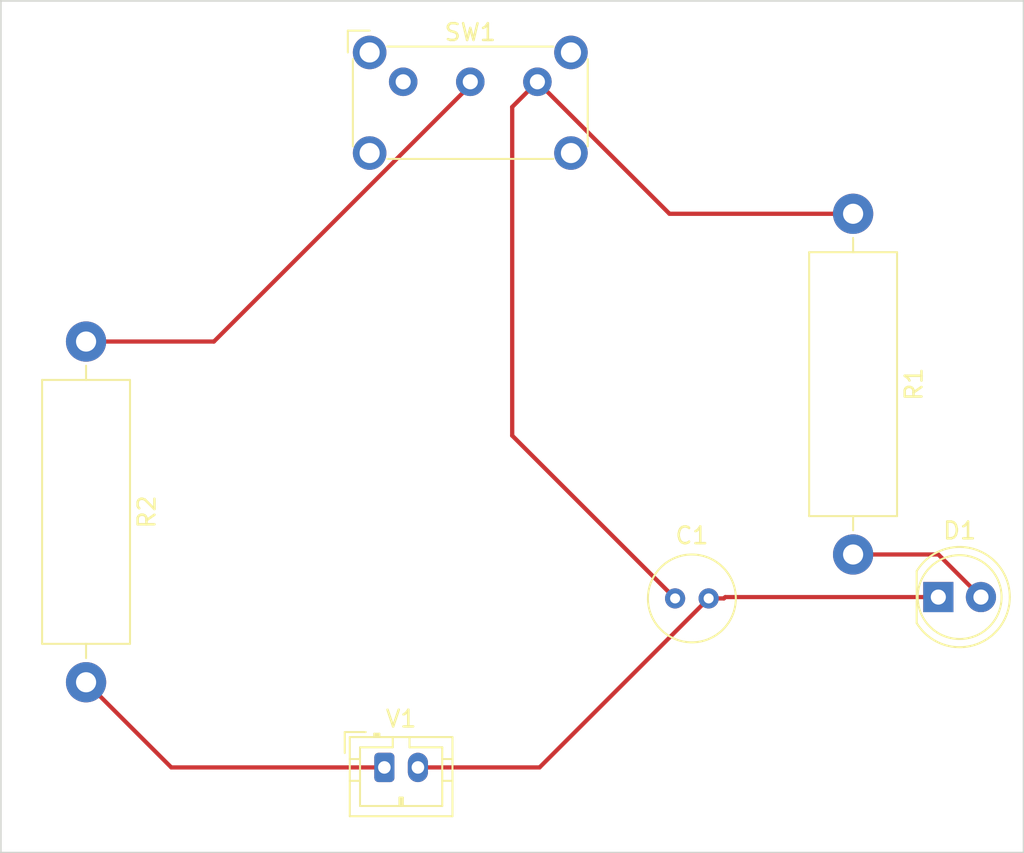
<source format=kicad_pcb>
(kicad_pcb (version 20211014) (generator pcbnew)
  (layers (0 "F.Cu" signal) (31 "B.Cu" signal) (34 "B.Paste" user) (35 "F.Paste" user) (36 "B.SilkS" user "B.Silkscreen") (37 "F.SilkS" user "F.Silkscreen") (38 "B.Mask" user) (39 "F.Mask" user) (44 "Edge.Cuts" user))
  (net 0 "")
  (net 1 "Net-(C1-Pad1)")
  (net 2 "Net-(C1-Pad2)")
  (net 3 "Net-(D1-Pad2)")
  (net 4 "Net-(R2-Pad1)")
  (net 5 "Net-(R2-Pad2)")
  (footprint "Capacitor_THT:C_Radial_D5.0mm_H5.0mm_P2.00mm" (layer "F.Cu") (at 162.11 114.38)
    (fp_text reference "C1" (at 1 -3.75) (layer "F.SilkS"))
    (fp_text value "4.7 uF")
    (fp_circle (center 1 0) (end 3.62 0) (layer "F.SilkS") (width 0.12) (fill none))
    (pad "1" thru_hole circle (at 0 0) (size 1.2 1.2) (drill 0.6) (layers *.Cu *.Mask) (net 1 "Net-(C1-Pad1)"))
    (pad "2" thru_hole circle (at 2 0) (size 1.2 1.2) (drill 0.6) (layers *.Cu *.Mask) (net 2 "Net-(C1-Pad2)"))
  )
  (footprint "Resistor_THT:R_Axial_DIN0516_L15.5mm_D5.0mm_P20.32mm_Horizontal" (layer "F.Cu") (at 127 99.06 -90)
    (fp_text reference "R2" (at 10.16 -3.62 90) (layer "F.SilkS"))
    (fp_text value "2.2 k")
    (fp_line (start 18.03 2.62) (end 18.03 -2.62) (layer "F.SilkS") (width 0.12))
    (fp_line (start 1.44 0) (end 2.29 0) (layer "F.SilkS") (width 0.12))
    (fp_line (start 18.03 -2.62) (end 2.29 -2.62) (layer "F.SilkS") (width 0.12))
    (fp_line (start 2.29 -2.62) (end 2.29 2.62) (layer "F.SilkS") (width 0.12))
    (fp_line (start 18.88 0) (end 18.03 0) (layer "F.SilkS") (width 0.12))
    (fp_line (start 2.29 2.62) (end 18.03 2.62) (layer "F.SilkS") (width 0.12))
    (pad "1" thru_hole circle (at 0 0 270) (size 2.4 2.4) (drill 1.2) (layers *.Cu *.Mask) (net 4 "Net-(R2-Pad1)"))
    (pad "2" thru_hole oval (at 20.32 0 270) (size 2.4 2.4) (drill 1.2) (layers *.Cu *.Mask) (net 5 "Net-(R2-Pad2)"))
  )
  (footprint "LED_THT:LED_D5.0mm" (layer "F.Cu") (at 177.8 114.3)
    (fp_text reference "D1" (at 1.27 -3.96) (layer "F.SilkS"))
    (fp_text value "LED")
    (fp_line (start -1.29 -1.545) (end -1.29 1.545) (layer "F.SilkS") (width 0.12))
    (fp_arc (start -1.29 -1.54483) (mid 2.072002 -2.880433) (end 4.26 0.000462) (layer "F.SilkS") (width 0.12))
    (fp_arc (start 4.26 -0.000462) (mid 2.072002 2.880433) (end -1.29 1.54483) (layer "F.SilkS") (width 0.12))
    (fp_circle (center 1.27 0) (end 3.77 0) (layer "F.SilkS") (width 0.12) (fill none))
    (pad "1" thru_hole rect (at 0 0) (size 1.8 1.8) (drill 0.9) (layers *.Cu *.Mask) (net 2 "Net-(C1-Pad2)"))
    (pad "2" thru_hole circle (at 2.54 0) (size 1.8 1.8) (drill 0.9) (layers *.Cu *.Mask) (net 3 "Net-(D1-Pad2)"))
  )
  (footprint "Connector_JST:JST_PH_B2B-PH-K_1x02_P2.00mm_Vertical" (layer "F.Cu") (at 144.78 124.46)
    (fp_text reference "V1" (at 1 -2.9) (layer "F.SilkS"))
    (fp_text value "9 V")
    (fp_line (start 1.1 1.8) (end 1.1 2.3) (layer "F.SilkS") (width 0.12))
    (fp_line (start -1.45 -1.2) (end -1.45 2.3) (layer "F.SilkS") (width 0.12))
    (fp_line (start 3.45 -1.2) (end 1.5 -1.2) (layer "F.SilkS") (width 0.12))
    (fp_line (start -2.06 2.91) (end 4.06 2.91) (layer "F.SilkS") (width 0.12))
    (fp_line (start 4.06 -1.81) (end -2.06 -1.81) (layer "F.SilkS") (width 0.12))
    (fp_line (start 4.06 0.8) (end 3.45 0.8) (layer "F.SilkS") (width 0.12))
    (fp_line (start -0.3 -1.91) (end -0.6 -1.91) (layer "F.SilkS") (width 0.12))
    (fp_line (start 0.5 -1.81) (end 0.5 -1.2) (layer "F.SilkS") (width 0.12))
    (fp_line (start 0.5 -1.2) (end -1.45 -1.2) (layer "F.SilkS") (width 0.12))
    (fp_line (start -1.11 -2.11) (end -2.36 -2.11) (layer "F.SilkS") (width 0.12))
    (fp_line (start -2.06 0.8) (end -1.45 0.8) (layer "F.SilkS") (width 0.12))
    (fp_line (start -0.3 -1.81) (end -0.3 -2.01) (layer "F.SilkS") (width 0.12))
    (fp_line (start -0.3 -2.01) (end -0.6 -2.01) (layer "F.SilkS") (width 0.12))
    (fp_line (start -2.36 -2.11) (end -2.36 -0.86) (layer "F.SilkS") (width 0.12))
    (fp_line (start 1.5 -1.2) (end 1.5 -1.81) (layer "F.SilkS") (width 0.12))
    (fp_line (start 0.9 1.8) (end 1.1 1.8) (layer "F.SilkS") (width 0.12))
    (fp_line (start 3.45 2.3) (end 3.45 -1.2) (layer "F.SilkS") (width 0.12))
    (fp_line (start 4.06 2.91) (end 4.06 -1.81) (layer "F.SilkS") (width 0.12))
    (fp_line (start -2.06 -0.5) (end -1.45 -0.5) (layer "F.SilkS") (width 0.12))
    (fp_line (start 1 2.3) (end 1 1.8) (layer "F.SilkS") (width 0.12))
    (fp_line (start -0.6 -2.01) (end -0.6 -1.81) (layer "F.SilkS") (width 0.12))
    (fp_line (start 0.9 2.3) (end 0.9 1.8) (layer "F.SilkS") (width 0.12))
    (fp_line (start -1.45 2.3) (end 3.45 2.3) (layer "F.SilkS") (width 0.12))
    (fp_line (start 4.06 -0.5) (end 3.45 -0.5) (layer "F.SilkS") (width 0.12))
    (fp_line (start -2.06 -1.81) (end -2.06 2.91) (layer "F.SilkS") (width 0.12))
    (pad "1" thru_hole roundrect (at 0 0) (size 1.2 1.75) (drill 0.75) (layers *.Cu *.Mask) (roundrect_rratio 0.208333) (net 5 "Net-(R2-Pad2)"))
    (pad "2" thru_hole oval (at 2 0) (size 1.2 1.75) (drill 0.75) (layers *.Cu *.Mask) (net 2 "Net-(C1-Pad2)"))
  )
  (footprint "Button_Switch_THT:SW_E-Switch_EG1224_SPDT_Angled" (layer "F.Cu") (at 145.9025 83.5675)
    (fp_text reference "SW1" (at 4 -2.95) (layer "F.SilkS"))
    (fp_text value "SW1")
    (fp_line (start -3.3 -3.05) (end -2 -3.05) (layer "F.SilkS") (width 0.12))
    (fp_line (start -0.95 -2.1) (end 8.95 -2.1) (layer "F.SilkS") (width 0.12))
    (fp_line (start -3.3 -1.75) (end -3.3 -3.05) (layer "F.SilkS") (width 0.12))
    (fp_line (start -3 3.85) (end -3 -1.35) (layer "F.SilkS") (width 0.12))
    (fp_line (start 8.95 4.6) (end -0.95 4.6) (layer "F.SilkS") (width 0.12))
    (fp_line (start 11 -1.35) (end 11 3.85) (layer "F.SilkS") (width 0.12))
    (pad "" thru_hole circle (at 10 4.25) (size 2 2) (drill 1.2) (layers *.Cu *.Mask))
    (pad "" thru_hole circle (at -2 4.25) (size 2 2) (drill 1.2) (layers *.Cu *.Mask))
    (pad "" thru_hole circle (at 10 -1.75) (size 2 2) (drill 1.2) (layers *.Cu *.Mask))
    (pad "" thru_hole circle (at -2 -1.75) (size 2 2) (drill 1.2) (layers *.Cu *.Mask))
    (pad "1" thru_hole circle (at 0 0) (size 1.7 1.7) (drill 0.9) (layers *.Cu *.Mask))
    (pad "2" thru_hole circle (at 4 0) (size 1.7 1.7) (drill 0.9) (layers *.Cu *.Mask) (net 4 "Net-(R2-Pad1)"))
    (pad "3" thru_hole circle (at 8 0) (size 1.7 1.7) (drill 0.9) (layers *.Cu *.Mask) (net 1 "Net-(C1-Pad1)"))
  )
  (footprint "Resistor_THT:R_Axial_DIN0516_L15.5mm_D5.0mm_P20.32mm_Horizontal" (layer "F.Cu") (at 172.72 91.44 -90)
    (fp_text reference "R1" (at 10.16 -3.62 90) (layer "F.SilkS"))
    (fp_text value "20 k")
    (fp_line (start 2.29 -2.62) (end 2.29 2.62) (layer "F.SilkS") (width 0.12))
    (fp_line (start 2.29 2.62) (end 18.03 2.62) (layer "F.SilkS") (width 0.12))
    (fp_line (start 18.03 -2.62) (end 2.29 -2.62) (layer "F.SilkS") (width 0.12))
    (fp_line (start 1.44 0) (end 2.29 0) (layer "F.SilkS") (width 0.12))
    (fp_line (start 18.88 0) (end 18.03 0) (layer "F.SilkS") (width 0.12))
    (fp_line (start 18.03 2.62) (end 18.03 -2.62) (layer "F.SilkS") (width 0.12))
    (pad "1" thru_hole circle (at 0 0 270) (size 2.4 2.4) (drill 1.2) (layers *.Cu *.Mask) (net 1 "Net-(C1-Pad1)"))
    (pad "2" thru_hole oval (at 20.32 0 270) (size 2.4 2.4) (drill 1.2) (layers *.Cu *.Mask) (net 3 "Net-(D1-Pad2)"))
  )
  (gr_rect (start 182.88 129.54) (end 121.92 78.74) (layer "Edge.Cuts") (width 0.1) (fill none))
  (segment (start 152.4 104.67) (end 152.4 85.07) (width 0.254) (layer "F.Cu") (net 1))
  (segment (start 152.4 85.07) (end 153.9025 83.5675) (width 0.254) (layer "F.Cu") (net 1))
  (segment (start 153.9025 83.5675) (end 161.775 91.44) (width 0.254) (layer "F.Cu") (net 1))
  (segment (start 162.11 114.38) (end 152.4 104.67) (width 0.254) (layer "F.Cu") (net 1))
  (segment (start 161.775 91.44) (end 172.72 91.44) (width 0.254) (layer "F.Cu") (net 1))
  (segment (start 165.1 114.3) (end 165.02 114.38) (width 0.25) (layer "F.Cu") (net 2))
  (segment (start 154.03 124.46) (end 146.78 124.46) (width 0.25) (layer "F.Cu") (net 2))
  (segment (start 165.02 114.38) (end 164.11 114.38) (width 0.25) (layer "F.Cu") (net 2))
  (segment (start 164.11 114.38) (end 154.03 124.46) (width 0.25) (layer "F.Cu") (net 2))
  (segment (start 177.8 114.3) (end 165.1 114.3) (width 0.25) (layer "F.Cu") (net 2))
  (segment (start 177.8 111.76) (end 180.34 114.3) (width 0.25) (layer "F.Cu") (net 3))
  (segment (start 172.72 111.76) (end 177.8 111.76) (width 0.25) (layer "F.Cu") (net 3))
  (segment (start 127 99.06) (end 134.62 99.06) (width 0.25) (layer "F.Cu") (net 4))
  (segment (start 149.9025 83.7775) (end 149.9025 83.5675) (width 0.25) (layer "F.Cu") (net 4))
  (segment (start 134.62 99.06) (end 149.9025 83.7775) (width 0.25) (layer "F.Cu") (net 4))
  (segment (start 132.08 124.46) (end 127 119.38) (width 0.25) (layer "F.Cu") (net 5))
  (segment (start 144.78 124.46) (end 132.08 124.46) (width 0.25) (layer "F.Cu") (net 5))
)
</source>
